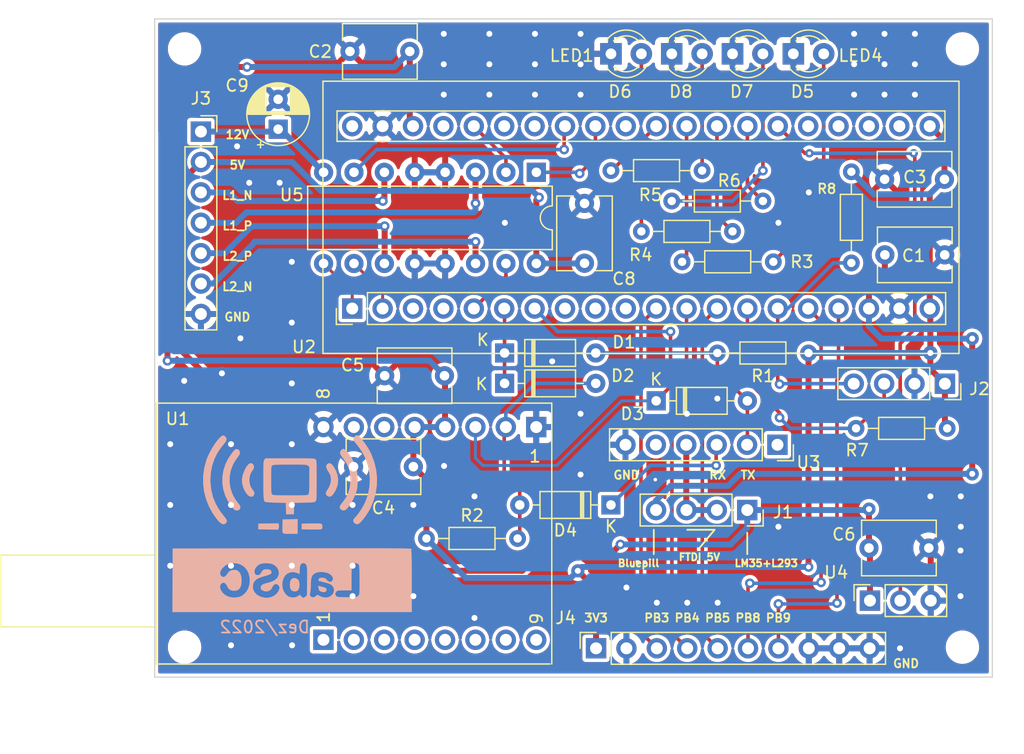
<source format=kicad_pcb>
(kicad_pcb (version 20211014) (generator pcbnew)
  (layers (0 "F.Cu" signal) (31 "B.Cu" signal) (34 "B.Paste" user) (35 "F.Paste" user) (36 "B.SilkS" user "B.Silkscreen") (37 "F.SilkS" user "F.Silkscreen") (38 "B.Mask" user) (39 "F.Mask" user) (44 "Edge.Cuts" user))
  (net 0 "")
  (net 1 "/STM_TX")
  (net 2 "/STM_RX")
  (net 3 "GND")
  (net 4 "+5V")
  (net 5 "/AT_RX")
  (net 6 "+3V3")
  (net 7 "/FTDI_TX")
  (net 8 "Net-(D5-Pad2)")
  (net 9 "Net-(D7-Pad2)")
  (net 10 "/I2C1_SCL")
  (net 11 "/I2C1_SDA")
  (net 12 "/PA7")
  (net 14 "/PA5")
  (net 16 "/PA4")
  (net 18 "/PA3")
  (net 20 "/PA2")
  (net 24 "/PB3")
  (net 26 "/PA8")
  (net 28 "/PB4")
  (net 29 "/PB5")
  (net 30 "/PB8")
  (net 31 "/PB9")
  (net 32 "/PB11")
  (net 33 "/PB0")
  (net 45 "Net-(D8-Pad2)")
  (net 46 "/FTDI_RX")
  (net 47 "/FTDI_5V")
  (net 48 "+5V_LM35")
  (net 49 "Net-(D6-Pad2)")
  (net 50 "+12V")
  (net 51 "/L1_P")
  (net 52 "/L1_N")
  (net 53 "/L2_P")
  (net 54 "/L2_N")
  (net 55 "/PB12")
  (net 56 "/PB13")
  (net 59 "/ADC1_IN1")
  (footprint "Capacitor_THT:CP_Radial_D5.0mm_P2.50mm" (layer "F.Cu") (at 61.32 61.215 90)
    (fp_text reference "C9")
    (fp_text value "10uF / 25V")
  )
  (footprint "Connector_PinSocket_2.54mm:PinSocket_1x04_P2.54mm_Vertical" (layer "F.Cu") (at 100.52 93.04 -90)
    (fp_text reference "J1")
    (fp_text value "Conn_01x04_Male")
  )
  (footprint "Connector_PinSocket_2.54mm:PinSocket_1x04_P2.54mm_Vertical" (layer "F.Cu") (at 117.04 82.48 -90)
    (fp_text reference "J2")
    (fp_text value "Conn_01x04_Female")
  )
  (footprint "Resistor_THT:R_Axial_DIN0204_L3.6mm_D1.6mm_P7.62mm_Horizontal" (layer "F.Cu") (at 102.7 72.295 180)
    (fp_text reference "R3")
    (fp_text value "680R")
  )
  (footprint "Connector_PinSocket_2.54mm:PinSocket_1x06_P2.54mm_Vertical" (layer "F.Cu") (at 103.045 87.585 -90)
    (fp_text reference "U3")
    (fp_text value "FTDI_Breakout")
  )
  (footprint "Capacitor_THT:C_Disc_D6.0mm_W4.4mm_P5.00mm" (layer "F.Cu") (at 110.6942 96.213)
    (fp_text reference "C6")
    (fp_text value "100n")
  )
  (footprint "Diode_THT:D_DO-35_SOD27_P7.62mm_Horizontal" (layer "F.Cu") (at 80.24 82.455)
    (fp_text reference "D2")
    (fp_text value "1N4148")
  )
  (footprint "Connector_PinSocket_2.54mm:PinSocket_1x10_P2.54mm_Vertical" (layer "F.Cu") (at 87.885 104.595 90)
    (fp_text reference "J4")
    (fp_text value "Conn_01x10_Male")
  )
  (footprint "Footprints:YAAJ_BluePill_2" (layer "F.Cu") (at 67.51 76.2 90)
    (fp_text reference "U2")
    (fp_text value "YAAJ_BluePill" hide)
  )
  (footprint "Capacitor_THT:C_Disc_D6.0mm_W4.4mm_P5.00mm" (layer "F.Cu") (at 72.32 54.715 180)
    (fp_text reference "C2")
    (fp_text value "100n")
  )
  (footprint "MountingHole:MountingHole_2.2mm_M2_DIN965" (layer "F.Cu") (at 118.5 54.5)
    (fp_text reference "H4" hide)
    (fp_text value "MountingHole")
  )
  (footprint "MountingHole:MountingHole_2.2mm_M2_DIN965" (layer "F.Cu") (at 53.5 54.5)
    (fp_text reference "H3" hide)
    (fp_text value "MountingHole")
  )
  (footprint "Capacitor_THT:C_Disc_D6.0mm_W4.4mm_P5.00mm" (layer "F.Cu") (at 72.62 89.415 180)
    (fp_text reference "C4")
    (fp_text value "100n")
  )
  (footprint "Resistor_THT:R_Axial_DIN0204_L3.6mm_D1.6mm_P7.62mm_Horizontal" (layer "F.Cu") (at 109.22 72.39 90)
    (fp_text reference "R8")
    (fp_text value "10k")
  )
  (footprint "LED_THT:LED_D3.0mm" (layer "F.Cu") (at 89.13 54.915)
    (fp_text reference "D6")
    (fp_text value "LED")
  )
  (footprint "LED_THT:LED_D3.0mm" (layer "F.Cu") (at 94.21 54.915)
    (fp_text reference "D8")
    (fp_text value "LED")
  )
  (footprint "Diode_THT:D_DO-35_SOD27_P7.62mm_Horizontal" (layer "F.Cu") (at 80.24 79.915)
    (fp_text reference "D1")
    (fp_text value "1N4148")
  )
  (footprint "Capacitor_THT:C_Disc_D6.0mm_W4.4mm_P5.00mm" (layer "F.Cu") (at 112.02 71.715)
    (fp_text reference "C1")
    (fp_text value "100n")
  )
  (footprint "Capacitor_THT:C_Disc_D6.0mm_W4.4mm_P5.00mm" (layer "F.Cu") (at 117 65.4 180)
    (fp_text reference "C3")
    (fp_text value "100n")
  )
  (footprint "Connector_PinSocket_2.54mm:PinSocket_1x07_P2.54mm_Vertical" (layer "F.Cu") (at 54.865 61.415)
    (fp_text reference "J3")
    (fp_text value "Conn_01x07_Female")
  )
  (footprint "Resistor_THT:R_Axial_DIN0204_L3.6mm_D1.6mm_P7.62mm_Horizontal" (layer "F.Cu") (at 109.61 86.215)
    (fp_text reference "R7")
    (fp_text value "10k")
  )
  (footprint "Diode_THT:D_DO-35_SOD27_P7.62mm_Horizontal" (layer "F.Cu") (at 92.91 83.915)
    (fp_text reference "D3")
    (fp_text value "1N4148")
  )
  (footprint "Resistor_THT:R_Axial_DIN0204_L3.6mm_D1.6mm_P7.62mm_Horizontal" (layer "F.Cu") (at 105.64 79.915 180)
    (fp_text reference "R1")
    (fp_text value "10k")
  )
  (footprint "LED_THT:LED_D3.0mm" (layer "F.Cu") (at 99.29 54.915)
    (fp_text reference "D7")
    (fp_text value "LED")
  )
  (footprint "Resistor_THT:R_Axial_DIN0204_L3.6mm_D1.6mm_P7.62mm_Horizontal" (layer "F.Cu") (at 91.67 69.755)
    (fp_text reference "R4")
    (fp_text value "680R")
  )
  (footprint "Connector_PinSocket_2.54mm:PinSocket_1x03_P2.54mm_Vertical" (layer "F.Cu") (at 110.775 100.6076 90)
    (fp_text reference "U4")
    (fp_text value "LM35-LP")
  )
  (footprint "Capacitor_THT:C_Disc_D6.0mm_W4.4mm_P5.00mm" (layer "F.Cu") (at 86.92 72.415 90)
    (fp_text reference "C8")
    (fp_text value "100n")
  )
  (footprint "Capacitor_THT:C_Disc_D6.0mm_W4.4mm_P5.00mm" (layer "F.Cu") (at 75.22 81.815 180)
    (fp_text reference "C5")
    (fp_text value "100n")
  )
  (footprint "MountingHole:MountingHole_2.2mm_M2_DIN965" (layer "F.Cu") (at 118.5 104.5)
    (fp_text reference "H2" hide)
    (fp_text value "MountingHole")
  )
  (footprint "Package_DIP:DIP-16_W7.62mm" (layer "F.Cu") (at 82.895 64.815 -90)
    (fp_text reference "U5")
    (fp_text value "L293D")
  )
  (footprint "LED_THT:LED_D3.0mm" (layer "F.Cu") (at 104.37 54.915)
    (fp_text reference "D5")
    (fp_text value "LED")
  )
  (footprint "Resistor_THT:R_Axial_DIN0204_L3.6mm_D1.6mm_P7.62mm_Horizontal" (layer "F.Cu") (at 94.21 67.215)
    (fp_text reference "R5")
    (fp_text value "680R")
  )
  (footprint "MountingHole:MountingHole_2.2mm_M2_DIN965" (layer "F.Cu") (at 53.5 104.5)
    (fp_text reference "H1" hide)
    (fp_text value "MountingHole")
  )
  (footprint "Resistor_THT:R_Axial_DIN0204_L3.6mm_D1.6mm_P7.62mm_Horizontal" (layer "F.Cu") (at 73.71 95.415)
    (fp_text reference "R2")
    (fp_text value "10k")
  )
  (footprint "Diode_THT:D_DO-35_SOD27_P7.62mm_Horizontal" (layer "F.Cu") (at 89.13 92.615 180)
    (fp_text reference "D4")
    (fp_text value "1N4148")
  )
  (footprint "Resistor_THT:R_Axial_DIN0204_L3.6mm_D1.6mm_P7.62mm_Horizontal" (layer "F.Cu") (at 96.75 64.675 180)
    (fp_text reference "R6")
    (fp_text value "680R")
  )
  (footprint "LabSC:LoRaModuleRadioenge" (layer "F.Cu") (at 82.885 86.105 90)
    (fp_text reference "U1")
    (fp_text value "RadioEnge_LoRaWAN" hide)
  )
  (footprint "Project Footprints:labsc-logo" (layer "B.Cu") (at 62.507432 93.485635 180)
    (fp_text reference "FID1" hide)
    (fp_text value "Fiducial" hide)
  )
  (gr_line (start 100.52 94.943) (end 100.52 96.721) (layer "F.SilkS") (width 0.15))
  (gr_line (start 95.505 94.689) (end 97.791 94.689) (layer "F.SilkS") (width 0.15))
  (gr_line (start 92.711 94.689) (end 92.711 96.721) (layer "F.SilkS") (width 0.15))
  (gr_line (start 97.791 94.689) (end 96.521 96.213) (layer "F.SilkS") (width 0.15))
  (gr_line (start 51 52) (end 121 52) (layer "Edge.Cuts") (width 0.1))
  (gr_line (start 51 107) (end 121 107) (layer "Edge.Cuts") (width 0.1))
  (gr_line (start 51 107) (end 51 52) (layer "Edge.Cuts") (width 0.1))
  (gr_line (start 121 52) (end 121 107) (layer "Edge.Cuts") (width 0.1))
  (gr_text "Dez/2022" (at 60.199 102.817) (layer "B.SilkS") (effects (font (size 1 1)) (justify mirror)))
  (gr_text "PB4" (at 95.505 102.055) (layer "F.SilkS") (effects (font (size 0.7 0.7))))
  (gr_text "L2_N" (at 57.913 74.369) (layer "F.SilkS") (effects (font (size 0.7 0.7))))
  (gr_text "L1_N" (at 57.913 66.749) (layer "F.SilkS") (effects (font (size 0.7 0.7))))
  (gr_text "PB5" (at 98.045 102.055) (layer "F.SilkS") (effects (font (size 0.7 0.7))))
  (gr_text "LED4" (at 109.983 55.065) (layer "F.SilkS") (effects (font (size 1 1))))
  (gr_text "3V3" (at 87.885 102.055) (layer "F.SilkS") (effects (font (size 0.7 0.7))))
  (gr_text "GND" (at 113.793 105.865) (layer "F.SilkS") (effects (font (size 0.7 0.7))))
  (gr_text "12V" (at 57.913 61.669) (layer "F.SilkS") (effects (font (size 0.7 0.7))))
  (gr_text "LED1" (at 85.853 55.065) (layer "F.SilkS") (effects (font (size 1 1))))
  (gr_text "PB3" (at 92.965 102.055) (layer "F.SilkS") (effects (font (size 0.7 0.7))))
  (gr_text "LM35+L293" (at 102.109 97.483) (layer "F.SilkS") (effects (font (size 0.6 0.6))))
  (gr_text "PB9" (at 103.125 102.055) (layer "F.SilkS") (effects (font (size 0.7 0.7))))
  (gr_text "PB8" (at 100.585 102.055) (layer "F.SilkS") (effects (font (size 0.7 0.7))))
  (gr_text "5V" (at 57.913 64.209) (layer "F.SilkS") (effects (font (size 0.7 0.7))))
  (gr_text "RX" (at 98.045 90.117) (layer "F.SilkS") (effects (font (size 0.7 0.7))))
  (gr_text "Bluepill" (at 91.441 97.483) (layer "F.SilkS") (effects (font (size 0.6 0.6))))
  (gr_text "L1_P" (at 57.913 69.289) (layer "F.SilkS") (effects (font (size 0.7 0.7))))
  (gr_text "FTDI 5V" (at 96.521 96.975) (layer "F.SilkS") (effects (font (size 0.6 0.6))))
  (gr_text "L2_P" (at 57.913 71.829) (layer "F.SilkS") (effects (font (size 0.7 0.7))))
  (gr_text "GND" (at 90.425 90.117) (layer "F.SilkS") (effects (font (size 0.7 0.7))))
  (gr_text "GND" (at 57.913 76.909) (layer "F.SilkS") (effects (font (size 0.7 0.7))))
  (gr_text "TX" (at 100.585 90.117) (layer "F.SilkS") (effects (font (size 0.7 0.7))))
  (segment (start 80.24 79.915) (end 80.24 76.23) (width 0.3) (layer "F.Cu") (net 1))
  (segment (start 80.24 76.23) (end 80.21 76.2) (width 0.3) (layer "F.Cu") (net 1))
  (segment (start 80.24 82.455) (end 80.24 79.915) (width 0.3) (layer "F.Cu") (net 1))
  (segment (start 94.109511 82.715489) (end 94.109511 78.125489) (width 0.3) (layer "F.Cu") (net 2))
  (segment (start 92.91 83.915) (end 94.109511 82.715489) (width 0.3) (layer "F.Cu") (net 2))
  (via (at 94.109511 78.125489) (size 0.8) (drill 0.4) (layers "F.Cu" "B.Cu") (net 2))
  (segment (start 84.62 89.315) (end 90.02 83.915) (width 0.25) (layer "B.Cu") (net 2))
  (segment (start 77.805 88.7) (end 78.42 89.315) (width 0.25) (layer "B.Cu") (net 2))
  (segment (start 84.675489 78.125489) (end 94.109511 78.125489) (width 0.3) (layer "B.Cu") (net 2))
  (segment (start 78.42 89.315) (end 84.62 89.315) (width 0.25) (layer "B.Cu") (net 2))
  (segment (start 82.75 76.2) (end 84.675489 78.125489) (width 0.3) (layer "B.Cu") (net 2))
  (segment (start 92.91 83.915) (end 90.12 83.915) (width 0.25) (layer "B.Cu") (net 2))
  (segment (start 77.805 86.105) (end 77.805 88.7) (width 0.25) (layer "B.Cu") (net 2))
  (segment (start 115.855 100.6076) (end 115.855 96.3738) (width 0.5) (layer "F.Cu") (net 3))
  (segment (start 115.855 96.3738) (end 115.6942 96.213) (width 0.5) (layer "F.Cu") (net 3))
  (via (at 92.965 100.785) (size 1.1) (drill 0.5) (layers "F.Cu" "B.Cu") (net 3))
  (via (at 86.59 84.995) (size 1.1) (drill 0.5) (layers "F.Cu" "B.Cu") (net 3))
  (via (at 105.665 66.495) (size 1.1) (drill 0.5) (layers "F.Cu" "B.Cu") (net 3))
  (via (at 53.468 82.243) (size 1.1) (drill 0.5) (layers "F.Cu" "B.Cu") (net 3))
  (via (at 62.46 92.615) (size 1.1) (drill 0.5) (layers "F.Cu" "B.Cu") (net 3))
  (via (at 77.725 91.895) (size 1.1) (drill 0.5) (layers "F.Cu" "B.Cu") (net 3))
  (via (at 115.825 91.895) (size 1.1) (drill 0.5) (layers "F.Cu" "B.Cu") (net 3))
  (via (at 118.365 94.435) (size 1.1) (drill 0.5) (layers "F.Cu" "B.Cu") (net 3))
  (via (at 57.38 97.695) (size 1.1) (drill 0.5) (layers "F.Cu" "B.Cu") (net 3))
  (via (at 72.62 100.235) (size 1.1) (drill 0.5) (layers "F.Cu" "B.Cu") (net 3))
  (via (at 58.167 78.687) (size 1.1) (drill 0.5) (layers "F.Cu" "B.Cu") (net 3))
  (via (at 86.59 53.245) (size 1.1) (drill 0.5) (layers "F.Cu" "B.Cu") (net 3))
  (via (at 86.59 55.785) (size 1.1) (drill 0.5) (layers "F.Cu" "B.Cu") (net 3))
  (via (at 62.46 82.455) (size 1.1) (drill 0.5) (layers "F.Cu" "B.Cu") (net 3))
  (via (at 90.425 99.515) (size 1.1) (drill 0.5) (layers "F.Cu" "B.Cu") (net 3))
  (via (at 75.16 55.785) (size 1.1) (drill 0.5) (layers "F.Cu" "B.Cu") (net 3))
  (via (at 67.54 97.695) (size 1.1) (drill 0.5) (layers "F.Cu" "B.Cu") (net 3))
  (via (at 114.53 53.245) (size 1.1) (drill 0.5) (layers "F.Cu" "B.Cu") (net 3))
  (via (at 62.485 104.341) (size 1.1) (drill 0.5) (layers "F.Cu" "B.Cu") (net 3))
  (via (at 118.34 100.235) (size 1.1) (drill 0.5) (layers "F.Cu" "B.Cu") (net 3))
  (via (at 75.16 58.325) (size 1.1) (drill 0.5) (layers "F.Cu" "B.Cu") (net 3))
  (via (at 86.59 90.075) (size 1.1) (drill 0.5) (layers "F.Cu" "B.Cu") (net 3))
  (via (at 78.97 53.245) (size 1.1) (drill 0.5) (layers "F.Cu" "B.Cu") (net 3))
  (via (at 62.46 72.295) (size 1.1) (drill 0.5) (layers "F.Cu" "B.Cu") (net 3))
  (via (at 111.99 58.325) (size 1.1) (drill 0.5) (layers "F.Cu" "B.Cu") (net 3))
  (via (at 82.78 53.245) (size 1.1) (drill 0.5) (layers "F.Cu" "B.Cu") (net 3))
  (via (at 62.46 77.375) (size 1.1) (drill 0.5) (layers "F.Cu" "B.Cu") (net 3))
  (via (at 61.444 65.691) (size 1.1) (drill 0.5) (layers "F.Cu" "B.Cu") (net 3))
  (via (at 67.54 100.235) (size 1.1) (drill 0.5) (layers "F.Cu" "B.Cu") (net 3))
  (via (at 72.62 92.615) (size 1.1) (drill 0.5) (layers "F.Cu" "B.Cu") (net 3))
  (via (at 111.99 55.785) (size 1.1) (drill 0.5) (layers "F.Cu" "B.Cu") (net 3))
  (via (at 78.97 58.325) (size 1.1) (drill 0.5) (layers "F.Cu" "B.Cu") (net 3))
  (via (at 62.46 97.695) (size 1.1) (drill 0.5) (layers "F.Cu" "B.Cu") (net 3))
  (via (at 95.48 84.995) (size 1.1) (drill 0.5) (layers "F.Cu" "B.Cu") (net 3))
  (via (at 92.838 90.498) (size 0.7) (drill 0.3) (layers "F.Cu" "B.Cu") (net 3))
  (via (at 113.285 104.595) (size 1.1) (drill 0.5) (layers "F.Cu" "B.Cu") (net 3))
  (via (at 118.365 91.895) (size 1.1) (drill 0.5) (layers "F.Cu" "B.Cu") (net 3))
  (via (at 80.265 69.035) (size 1.1) (drill 0.5) (layers "F.Cu" "B.Cu") (net 3))
  (via (at 84.22 80.615) (size 1.1) (drill 0.5) (layers "F.Cu" "B.Cu") (net 3))
  (via (at 118.34 96.425) (size 1.1) (drill 0.5) (layers "F.Cu" "B.Cu") (net 3))
  (via (at 52.3 92.615) (size 1.1) (drill 0.5) (layers "F.Cu" "B.Cu") (net 3))
  (via (at 77.725 102.055) (size 1.1) (drill 0.5) (layers "F.Cu" "B.Cu") (net 3))
  (via (at 56.62 81.615) (size 1.1) (drill 0.5) (layers "F.Cu" "B.Cu") (net 3))
  (via (at 78.97 55.785) (size 1.1) (drill 0.5) (layers "F.Cu" "B.Cu") (net 3))
  (via (at 75.16 53.245) (size 1.1) (drill 0.5) (layers "F.Cu" "B.Cu") (net 3))
  (via (at 75.185 89.355) (size 1.1) (drill 0.5) (layers "F.Cu" "B.Cu") (net 3))
  (via (at 98.02 83.725) (size 1.1) (drill 0.5) (layers "F.Cu" "B.Cu") (net 3))
  (via (at 103.125 94.435) (size 1.1) (drill 0.5) (layers "F.Cu" "B.Cu") (net 3))
  (via (at 52.3 97.695) (size 1.1) (drill 0.5) (layers "F.Cu" "B.Cu") (net 3))
  (via (at 95.505 100.785) (size 1.1) (drill 0.5) (layers "F.Cu" "B.Cu") (net 3))
  (via (at 109.45 58.325) (size 1.1) (drill 0.5) (layers "F.Cu" "B.Cu") (net 3))
  (via (at 57.38 92.615) (size 1.1) (drill 0.5) (layers "F.Cu" "B.Cu") (net 3))
  (via (at 86.59 58.325) (size 1.1) (drill 0.5) (layers "F.Cu" "B.Cu") (net 3))
  (via (at 82.78 55.785) (size 1.1) (drill 0.5) (layers "F.Cu" "B.Cu") (net 3))
  (via (at 57.38 104.341) (size 1.1) (drill 0.5) (layers "F.Cu" "B.Cu") (net 3))
  (via (at 67.54 92.615) (size 1.1) (drill 0.5) (layers "F.Cu" "B.Cu") (net 3))
  (via (at 103.125 69.035) (size 1.1) (drill 0.5) (layers "F.Cu" "B.Cu") (net 3))
  (via (at 62.46 87.535) (size 1.1) (drill 0.5) (layers "F.Cu" "B.Cu") (net 3))
  (via (at 52.3 87.535) (size 1.1) (drill 0.5) (layers "F.Cu" "B.Cu") (net 3))
  (via (at 57.888 62.643) (size 1.1) (drill 0.5) (layers "F.Cu" "B.Cu") (net 3))
  (via (at 111.99 53.245) (size 1.1) (drill 0.5) (layers "F.Cu" "B.Cu") (net 3))
  (via (at 58.904 65.691) (size 1.1) (drill 0.5) (layers "F.Cu" "B.Cu") (net 3))
  (via (at 57.38 87.535) (size 1.1) (drill 0.5) (layers "F.Cu" "B.Cu") (net 3))
  (via (at 114.53 58.325) (size 1.1) (drill 0.5) (layers "F.Cu" "B.Cu") (net 3))
  (via (at 114.53 55.785) (size 1.1) (drill 0.5) (layers "F.Cu" "B.Cu") (net 3))
  (via (at 109.45 55.785) (size 1.1) (drill 0.5) (layers "F.Cu" "B.Cu") (net 3))
  (via (at 98.045 100.785) (size 1.1) (drill 0.5) (layers "F.Cu" "B.Cu") (net 3))
  (via (at 109.45 53.245) (size 1.1) (drill 0.5) (layers "F.Cu" "B.Cu") (net 3))
  (via (at 82.78 58.325) (size 1.1) (drill 0.5) (layers "F.Cu" "B.Cu") (net 3))
  (segment (start 119.32 90.015) (end 119.32 78.715) (width 0.5) (layer "F.Cu") (net 4))
  (segment (start 110.69 76.2) (end 110.69 74.745) (width 0.5) (layer "F.Cu") (net 4))
  (segment (start 110.69 74.745) (end 112.02 73.415) (width 0.5) (layer "F.Cu") (net 4))
  (segment (start 112.02 73.415) (end 112.02 71.715) (width 0.5) (layer "F.Cu") (net 4))
  (via (at 119.32 90.015) (size 1.1) (drill 0.5) (layers "F.Cu" "B.Cu") (net 4))
  (via (at 119.32 78.715) (size 1.1) (drill 0.5) (layers "F.Cu" "B.Cu") (net 4))
  (segment (start 110.69 76.2) (end 110.69 77.685) (width 0.5) (layer "B.Cu") (net 4))
  (segment (start 94.12 91.015) (end 92.9 92.235) (width 0.5) (layer "B.Cu") (net 4))
  (segment (start 98.92 91.015) (end 94.12 91.015) (width 0.5) (layer "B.Cu") (net 4))
  (segment (start 111.72 78.715) (end 119.32 78.715) (width 0.5) (layer "B.Cu") (net 4))
  (segment (start 110.69 77.685) (end 111.72 78.715) (width 0.5) (layer "B.Cu") (net 4))
  (segment (start 119.32 90.015) (end 99.92 90.015) (width 0.5) (layer "B.Cu") (net 4))
  (segment (start 99.92 90.015) (end 98.92 91.015) (width 0.5) (layer "B.Cu") (net 4))
  (segment (start 92.9 92.235) (end 92.9 93.04) (width 0.5) (layer "B.Cu") (net 4))
  (segment (start 81.51 92.615) (end 81.51 95.235) (width 0.3) (layer "F.Cu") (net 5))
  (segment (start 80.21 86.24) (end 80.345 86.105) (width 0.3) (layer "F.Cu") (net 5))
  (segment (start 81.51 92.615) (end 81.51 91.4) (width 0.3) (layer "F.Cu") (net 5))
  (segment (start 81.51 95.235) (end 81.33 95.415) (width 0.3) (layer "F.Cu") (net 5))
  (segment (start 80.21 90.1) (end 80.21 86.24) (width 0.3) (layer "F.Cu") (net 5))
  (segment (start 81.51 91.4) (end 80.21 90.1) (width 0.3) (layer "F.Cu") (net 5))
  (segment (start 80.345 84.89) (end 80.345 86.105) (width 0.3) (layer "B.Cu") (net 5))
  (segment (start 87.86 82.455) (end 82.78 82.455) (width 0.3) (layer "B.Cu") (net 5))
  (segment (start 82.78 82.455) (end 80.345 84.89) (width 0.3) (layer "B.Cu") (net 5))
  (segment (start 117 65.4) (end 117 62.19) (width 0.5) (layer "F.Cu") (net 6))
  (segment (start 87.885 104.595) (end 87.885 99.642) (width 0.5) (layer "F.Cu") (net 6))
  (segment (start 115.82 79.915) (end 115.82 76.25) (width 0.5) (layer "F.Cu") (net 6))
  (segment (start 115.77 76.2) (end 115.77 66.63) (width 0.5) (layer "F.Cu") (net 6))
  (segment (start 105.64 79.915) (end 105.64 97.795) (width 0.5) (layer "F.Cu") (net 6))
  (segment (start 115.77 66.63) (end 117 65.4) (width 0.5) (layer "F.Cu") (net 6))
  (segment (start 73.71 90.505) (end 72.62 89.415) (width 0.5) (layer "F.Cu") (net 6))
  (segment (start 52.070489 61.610489) (end 57.665978 56.015) (width 0.5) (layer "F.Cu") (net 6))
  (segment (start 115.82 76.25) (end 115.77 76.2) (width 0.5) (layer "F.Cu") (net 6))
  (segment (start 117.04 82.48) (end 117.04 86.025) (width 0.5) (layer "F.Cu") (net 6))
  (segment (start 75.265 81.86) (end 75.22 81.815) (width 0.5) (layer "F.Cu") (net 6))
  (segment (start 117 62.19) (end 115.77 60.96) (width 0.5) (layer "F.Cu") (net 6))
  (segment (start 117.04 86.025) (end 117.23 86.215) (width 0.5) (layer "F.Cu") (net 6))
  (segment (start 115.82 79.915) (end 115.82 81.26) (width 0.5) (layer "F.Cu") (net 6))
  (segment (start 75.265 86.105) (end 75.265 81.86) (width 0.5) (layer "F.Cu") (net 6))
  (segment (start 72.32 60.69) (end 72.59 60.96) (width 0.5) (layer "F.Cu") (net 6))
  (segment (start 72.32 54.715) (end 72.32 60.69) (width 0.5) (layer "F.Cu") (net 6))
  (segment (start 52.070489 80.565489) (end 52.070489 61.610489) (width 0.5) (layer "F.Cu") (net 6))
  (segment (start 72.62 86.21) (end 72.725 86.105) (width 0.5) (layer "F.Cu") (net 6))
  (segment (start 87.885 99.642) (end 86.361 98.118) (width 0.5) (layer "F.Cu") (net 6))
  (segment (start 115.82 81.26) (end 117.04 82.48) (width 0.5) (layer "F.Cu") (net 6))
  (segment (start 57.665978 56.015) (end 58.72 56.015) (width 0.5) (layer "F.Cu") (net 6))
  (segment (start 73.71 95.415) (end 73.71 90.505) (width 0.5) (layer "F.Cu") (net 6))
  (segment (start 72.62 89.415) (end 72.62 86.21) (width 0.5) (layer "F.Cu") (net 6))
  (via (at 52.070489 80.565489) (size 0.8) (drill 0.4) (layers "F.Cu" "B.Cu") (net 6))
  (via (at 86.361 98.118) (size 1.1) (drill 0.5) (layers "F.Cu" "B.Cu") (net 6))
  (via (at 105.64 97.795) (size 0.8) (drill 0.4) (layers "F.Cu" "B.Cu") (net 6))
  (via (at 115.82 79.915) (size 1.2) (drill 0.5) (layers "F.Cu" "B.Cu") (net 6))
  (via (at 58.72 56.015) (size 0.8) (drill 0.4) (layers "F.Cu" "B.Cu") (net 6))
  (segment (start 115.750489 66.649511) (end 117 65.4) (width 0.5) (layer "B.Cu") (net 6))
  (segment (start 86.361 98.118) (end 85.764 98.715) (width 0.5) (layer "B.Cu") (net 6))
  (segment (start 85.764 98.715) (end 77.01 98.715) (width 0.5) (layer "B.Cu") (net 6))
  (segment (start 71.02 56.015) (end 58.72 56.015) (width 0.5) (layer "B.Cu") (net 6))
  (segment (start 72.32 54.715) (end 71.02 56.015) (width 0.5) (layer "B.Cu") (net 6))
  (segment (start 77.01 98.715) (end 73.71 95.415) (width 0.5) (layer "B.Cu") (net 6))
  (segment (start 111.099511 66.649511) (end 115.750489 66.649511) (width 0.5) (layer "B.Cu") (net 6))
  (segment (start 109.22 64.77) (end 111.099511 66.649511) (width 0.5) (layer "B.Cu") (net 6))
  (segment (start 86.361 98.118) (end 86.684 97.795) (width 0.5) (layer "B.Cu") (net 6))
  (segment (start 86.684 97.795) (end 105.64 97.795) (width 0.5) (layer "B.Cu") (net 6))
  (segment (start 58.769511 80.565489) (end 52.070489 80.565489) (width 0.5) (layer "B.Cu") (net 6))
  (segment (start 105.64 79.915) (end 115.82 79.915) (width 0.5) (layer "B.Cu") (net 6))
  (segment (start 75.22 81.815) (end 73.970489 80.565489) (width 0.5) (layer "B.Cu") (net 6))
  (segment (start 73.970489 80.565489) (end 58.769511 80.565489) (width 0.5) (layer "B.Cu") (net 6))
  (segment (start 72.725 86.105) (end 75.265 86.105) (width 0.5) (layer "B.Cu") (net 6))
  (segment (start 97.92 89.315) (end 97.92 87.63) (width 0.3) (layer "F.Cu") (net 7))
  (segment (start 97.92 87.63) (end 97.965 87.585) (width 0.3) (layer "F.Cu") (net 7))
  (via (at 97.92 89.315) (size 0.8) (drill 0.4) (layers "F.Cu" "B.Cu") (net 7))
  (segment (start 91.03 90.705) (end 92.42 89.315) (width 0.3) (layer "B.Cu") (net 7))
  (segment (start 89.13 92.615) (end 91.03 90.715) (width 0.3) (layer "B.Cu") (net 7))
  (segment (start 92.42 89.315) (end 97.965 89.315) (width 0.3) (layer "B.Cu") (net 7))
  (segment (start 91.03 90.715) (end 91.03 90.705) (width 0.3) (layer "B.Cu") (net 7))
  (segment (start 102.7 72.295) (end 106.91 68.085) (width 0.3) (layer "F.Cu") (net 8))
  (segment (start 106.91 68.085) (end 106.91 54.915) (width 0.3) (layer "F.Cu") (net 8))
  (segment (start 101.83 64.675) (end 101.83 54.915) (width 0.3) (layer "F.Cu") (net 9))
  (via (at 101.83 64.675) (size 0.8) (drill 0.4) (layers "F.Cu" "B.Cu") (net 9))
  (segment (start 94.21 67.215) (end 99.29 67.215) (width 0.3) (layer "B.Cu") (net 9))
  (segment (start 99.29 67.215) (end 101.83 64.675) (width 0.3) (layer "B.Cu") (net 9))
  (segment (start 100.53 82.225) (end 103.12 84.815) (width 0.3) (layer "F.Cu") (net 10))
  (segment (start 111.96 83.865) (end 109.61 86.215) (width 0.3) (layer "F.Cu") (net 10))
  (segment (start 103.22 84.915) (end 103.22 85.315) (width 0.3) (layer "F.Cu") (net 10))
  (segment (start 103.12 84.815) (end 103.22 84.915) (width 0.3) (layer "F.Cu") (net 10))
  (segment (start 100.53 76.2) (end 100.53 82.225) (width 0.3) (layer "F.Cu") (net 10))
  (segment (start 111.96 82.48) (end 111.96 83.865) (width 0.3) (layer "F.Cu") (net 10))
  (via (at 103.22 85.315) (size 0.8) (drill 0.4) (layers "F.Cu" "B.Cu") (net 10))
  (segment (start 103.22 85.315) (end 104.12 86.215) (width 0.3) (layer "B.Cu") (net 10))
  (segment (start 104.12 86.215) (end 109.61 86.215) (width 0.3) (layer "B.Cu") (net 10))
  (segment (start 103.22 82.515) (end 103.07 82.365) (width 0.3) (layer "F.Cu") (net 11))
  (segment (start 103.07 82.365) (end 103.07 76.2) (width 0.3) (layer "F.Cu") (net 11))
  (via (at 103.22 82.515) (size 0.8) (drill 0.4) (layers "F.Cu" "B.Cu") (net 11))
  (segment (start 107.723634 72.39) (end 103.913634 76.2) (width 0.3) (layer "B.Cu") (net 11))
  (segment (start 103.255 82.48) (end 103.22 82.515) (width 0.3) (layer "B.Cu") (net 11))
  (segment (start 109.42 82.48) (end 103.255 82.48) (width 0.3) (layer "B.Cu") (net 11))
  (segment (start 103.913634 76.2) (end 103.07 76.2) (width 0.3) (layer "B.Cu") (net 11))
  (segment (start 109.22 72.39) (end 107.723634 72.39) (width 0.3) (layer "B.Cu") (net 11))
  (segment (start 87.83 60.96) (end 87.83 63.605) (width 0.3) (layer "F.Cu") (net 12))
  (segment (start 87.83 63.605) (end 86.52 64.915) (width 0.3) (layer "F.Cu") (net 12))
  (via (at 86.52 64.915) (size 0.8) (drill 0.4) (layers "F.Cu" "B.Cu") (net 12))
  (segment (start 86.42 64.815) (end 82.895 64.815) (width 0.3) (layer "B.Cu") (net 12))
  (segment (start 86.52 64.915) (end 86.42 64.815) (width 0.3) (layer "B.Cu") (net 12))
  (segment (start 89.195 64.675) (end 89.13 64.675) (width 0.3) (layer "F.Cu") (net 14))
  (segment (start 92.91 60.96) (end 89.195 64.675) (width 0.3) (layer "F.Cu") (net 14))
  (segment (start 95.45 71.925) (end 95.08 72.295) (width 0.3) (layer "F.Cu") (net 16))
  (segment (start 95.45 60.96) (end 95.45 71.925) (width 0.3) (layer "F.Cu") (net 16))
  (segment (start 97.99 68.455) (end 99.29 69.755) (width 0.3) (layer "F.Cu") (net 18))
  (segment (start 97.99 60.96) (end 97.99 68.455) (width 0.3) (layer "F.Cu") (net 18))
  (segment (start 100.53 60.96) (end 100.53 65.915) (width 0.3) (layer "F.Cu") (net 20))
  (segment (start 100.53 65.915) (end 101.83 67.215) (width 0.3) (layer "F.Cu") (net 20))
  (segment (start 91.64 77.47) (end 91.64 103.27) (width 0.3) (layer "F.Cu") (net 24))
  (segment (start 91.64 103.27) (end 92.965 104.595) (width 0.3) (layer "F.Cu") (net 24))
  (segment (start 91.64 77.47) (end 92.91 76.2) (width 0.3) (layer "F.Cu") (net 24))
  (segment (start 77.67 76.2) (end 80.355 73.515) (width 0.3) (layer "F.Cu") (net 26))
  (segment (start 80.355 73.515) (end 80.355 72.435) (width 0.3) (layer "F.Cu") (net 26))
  (segment (start 94.225 84.51) (end 94.225 103.315) (width 0.3) (layer "F.Cu") (net 28))
  (segment (start 94.225 103.315) (end 95.505 104.595) (width 0.3) (layer "F.Cu") (net 28))
  (segment (start 94.2459 84.4891) (end 95.45 83.285) (width 0.3) (layer "F.Cu") (net 28))
  (segment (start 95.45 76.2) (end 95.45 83.285) (width 0.3) (layer "F.Cu") (net 28))
  (segment (start 96.765 103.315) (end 98.045 104.595) (width 0.3) (layer "F.Cu") (net 29))
  (segment (start 96.765 77.425) (end 96.765 103.315) (width 0.3) (layer "F.Cu") (net 29))
  (segment (start 96.8502 77.3398) (end 97.99 76.2) (width 0.3) (layer "F.Cu") (net 29))
  (segment (start 96.8502 77.3398) (end 96.765 77.425) (width 0.3) (layer "F.Cu") (net 29))
  (segment (start 96.72 77.47) (end 96.8502 77.3398) (width 0.3) (layer "F.Cu") (net 29))
  (segment (start 105.61 76.2) (end 106.689511 77.279511) (width 0.3) (layer "F.Cu") (net 30))
  (segment (start 106.689511 77.279511) (end 106.689511 99.084511) (width 0.3) (layer "F.Cu") (net 30))
  (segment (start 100.585 99.3118) (end 100.7374 99.1594) (width 0.3) (layer "F.Cu") (net 30))
  (segment (start 100.585 104.595) (end 100.585 99.3118) (width 0.3) (layer "F.Cu") (net 30))
  (via (at 106.689511 99.084511) (size 0.8) (drill 0.4) (layers "F.Cu" "B.Cu") (net 30))
  (via (at 100.7374 99.1594) (size 0.8) (drill 0.4) (layers "F.Cu" "B.Cu") (net 30))
  (segment (start 100.7374 99.1594) (end 106.614622 99.1594) (width 0.3) (layer "B.Cu") (net 30))
  (segment (start 106.599022 99.175) (end 106.689511 99.084511) (width 0.3) (layer "B.Cu") (net 30))
  (segment (start 106.614622 99.1594) (end 106.689511 99.084511) (width 0.3) (layer "B.Cu") (net 30))
  (segment (start 108.15 82.053634) (end 108.15 76.2) (width 0.3) (layer "F.Cu") (net 31))
  (segment (start 108.02 82.183634) (end 108.15 82.053634) (width 0.3) (layer "F.Cu") (net 31))
  (segment (start 103.125 104.595) (end 103.125 100.8866) (width 0.3) (layer "F.Cu") (net 31))
  (segment (start 108.02 100.815) (end 108.02 82.183634) (width 0.3) (layer "F.Cu") (net 31))
  (via (at 103.125 100.8866) (size 0.8) (drill 0.4) (layers "F.Cu" "B.Cu") (net 31))
  (via (at 108.02 100.815) (size 0.8) (drill 0.4) (layers "F.Cu" "B.Cu") (net 31))
  (segment (start 103.125 100.8866) (end 107.9484 100.8866) (width 0.3) (layer "B.Cu") (net 31))
  (segment (start 107.9484 100.8866) (end 108.02 100.815) (width 0.3) (layer "B.Cu") (net 31))
  (segment (start 80.355 63.645) (end 80.355 64.815) (width 0.3) (layer "F.Cu") (net 32))
  (segment (start 77.67 60.96) (end 80.355 63.645) (width 0.3) (layer "F.Cu") (net 32))
  (segment (start 85.22 61.03) (end 85.29 60.96) (width 0.3) (layer "F.Cu") (net 33))
  (segment (start 85.22 62.915) (end 85.22 61.03) (width 0.3) (layer "F.Cu") (net 33))
  (via (at 85.22 62.915) (size 0.8) (drill 0.4) (layers "F.Cu" "B.Cu") (net 33))
  (segment (start 67.655 64.815) (end 69.555 62.915) (width 0.3) (layer "B.Cu") (net 33))
  (segment (start 69.555 62.915) (end 85.22 62.915) (width 0.3) (layer "B.Cu") (net 33))
  (segment (start 96.75 64.675) (end 96.75 54.915) (width 0.3) (layer "F.Cu") (net 45))
  (segment (start 100.53 83.915) (end 100.53 87.56) (width 0.3) (layer "F.Cu") (net 46))
  (segment (start 100.53 87.56) (end 100.505 87.585) (width 0.3) (layer "F.Cu") (net 46))
  (segment (start 98.02 81.405) (end 100.53 83.915) (width 0.3) (layer "F.Cu") (net 46))
  (segment (start 98.02 79.915) (end 98.02 81.405) (width 0.3) (layer "F.Cu") (net 46))
  (segment (start 87.86 79.915) (end 98.02 79.915) (width 0.3) (layer "B.Cu") (net 46))
  (segment (start 95.425 87.585) (end 95.425 93.025) (width 0.5) (layer "F.Cu") (net 47))
  (segment (start 95.425 93.025) (end 95.44 93.04) (width 0.5) (layer "F.Cu") (net 47))
  (segment (start 95.44 93.04) (end 97.98 93.04) (width 0.5) (layer "B.Cu") (net 47))
  (segment (start 89.92 95.915) (end 89.270489 96.564511) (width 0.5) (layer "F.Cu") (net 48))
  (segment (start 71.62 98.115) (end 53.12 79.615) (width 0.5) (layer "F.Cu") (net 48))
  (segment (start 89.270489 96.564511) (end 83.270489 96.564511) (width 0.5) (layer "F.Cu") (net 48))
  (segment (start 83.12 66.915) (end 82.895 67.14) (width 0.5) (layer "F.Cu") (net 48))
  (segment (start 110.775 100.6076) (end 110.775 96.2938) (width 0.5) (layer "F.Cu") (net 48))
  (segment (start 81.72 98.115) (end 71.62 98.115) (width 0.5) (layer "F.Cu") (net 48))
  (segment (start 110.775 96.2938) (end 110.6942 96.213) (width 0.5) (layer "F.Cu") (net 48))
  (segment (start 53.12 65.7) (end 54.865 63.955) (width 0.5) (layer "F.Cu") (net 48))
  (segment (start 83.270489 96.564511) (end 81.72 98.115) (width 0.5) (layer "F.Cu") (net 48))
  (segment (start 110.6942 92.9618) (end 110.6942 96.213) (width 0.5) (layer "F.Cu") (net 48))
  (segment (start 53.12 79.615) (end 53.12 65.7) (width 0.5) (layer "F.Cu") (net 48))
  (segment (start 82.895 67.14) (end 82.895 72.435) (width 0.5) (layer "F.Cu") (net 48))
  (via (at 89.92 95.915) (size 0.8) (drill 0.4) (layers "F.Cu" "B.Cu") (net 48))
  (via (at 110.6942 92.9618) (size 1.1) (drill 0.5) (layers "F.Cu" "B.Cu") (net 48))
  (via (at 83.12 66.915) (size 0.8) (drill 0.4) (layers "F.Cu" "B.Cu") (net 48))
  (segment (start 82.570489 66.365489) (end 83.12 66.915) (width 0.5) (layer "B.Cu") (net 48))
  (segment (start 54.865 63.955) (end 62.487924 63.955) (width 0.5) (layer "B.Cu") (net 48))
  (segment (start 82.895 72.435) (end 86.9 72.435) (width 0.5) (layer "B.Cu") (net 48))
  (segment (start 100.52 93.04) (end 100.52 94.515) (width 0.5) (layer "B.Cu") (net 48))
  (segment (start 110.6942 92.9618) (end 110.616 93.04) (width 0.5) (layer "B.Cu") (net 48))
  (segment (start 110.616 93.04) (end 100.52 93.04) (width 0.5) (layer "B.Cu") (net 48))
  (segment (start 86.9 72.435) (end 86.92 72.415) (width 0.5) (layer "B.Cu") (net 48))
  (segment (start 100.52 94.515) (end 99.12 95.915) (width 0.5) (layer "B.Cu") (net 48))
  (segment (start 99.12 95.915) (end 89.92 95.915) (width 0.5) (layer "B.Cu") (net 48))
  (segment (start 62.487924 63.955) (end 64.898413 66.365489) (width 0.5) (layer "B.Cu") (net 48))
  (segment (start 64.898413 66.365489) (end 82.570489 66.365489) (width 0.5) (layer "B.Cu") (net 48))
  (segment (start 94.12 64.015) (end 94.12 58.815) (width 0.3) (layer "F.Cu") (net 49))
  (segment (start 91.67 66.465) (end 94.12 64.015) (width 0.3) (layer "F.Cu") (net 49))
  (segment (start 91.67 56.365) (end 91.67 54.915) (width 0.3) (layer "F.Cu") (net 49))
  (segment (start 91.67 69.755) (end 91.67 66.465) (width 0.3) (layer "F.Cu") (net 49))
  (segment (start 94.12 58.815) (end 91.67 56.365) (width 0.3) (layer "F.Cu") (net 49))
  (segment (start 65.115 64.815) (end 61.515 61.215) (width 0.5) (layer "B.Cu") (net 50))
  (segment (start 54.865 61.415) (end 61.12 61.415) (width 0.5) (layer "B.Cu") (net 50))
  (segment (start 61.12 61.415) (end 61.32 61.215) (width 0.5) (layer "B.Cu") (net 50))
  (segment (start 61.515 61.215) (end 61.32 61.215) (width 0.5) (layer "B.Cu") (net 50))
  (segment (start 77.815 64.815) (end 77.815 67.41) (width 0.5) (layer "F.Cu") (net 51))
  (via (at 77.815 67.41) (size 0.8) (drill 0.4) (layers "F.Cu" "B.Cu") (net 51))
  (segment (start 77.815 68.02) (end 77.815 67.41) (width 0.5) (layer "B.Cu") (net 51))
  (segment (start 57.8 69.035) (end 58.67 68.165) (width 0.5) (layer "B.Cu") (net 51))
  (segment (start 58.67 68.165) (end 77.67 68.165) (width 0.5) (layer "B.Cu") (net 51))
  (segment (start 77.67 68.165) (end 77.815 68.02) (width 0.5) (layer "B.Cu") (net 51))
  (segment (start 54.865 69.035) (end 57.8 69.035) (width 0.5) (layer "B.Cu") (net 51))
  (segment (start 70.195 67.08952) (end 70.06952 67.215) (width 0.5) (layer "F.Cu") (net 52))
  (segment (start 70.195 64.815) (end 70.195 67.08952) (width 0.5) (layer "F.Cu") (net 52))
  (via (at 70.06952 67.215) (size 0.8) (drill 0.4) (layers "F.Cu" "B.Cu") (net 52))
  (segment (start 70.06952 67.215) (end 57.92 67.215) (width 0.5) (layer "B.Cu") (net 52))
  (segment (start 57.92 67.215) (end 57.2 66.495) (width 0.5) (layer "B.Cu") (net 52))
  (segment (start 57.2 66.495) (end 54.865 66.495) (width 0.5) (layer "B.Cu") (net 52))
  (segment (start 70.22 72.415) (end 70.22 69.315) (width 0.5) (layer "F.Cu") (net 53))
  (segment (start 70.2 72.435) (end 70.22 72.415) (width 0.5) (layer "F.Cu") (net 53))
  (segment (start 70.195 72.435) (end 70.2 72.435) (width 0.5) (layer "F.Cu") (net 53))
  (via (at 70.22 69.315) (size 0.8) (drill 0.4) (layers "F.Cu" "B.Cu") (net 53))
  (segment (start 56.86 71.575) (end 59.12 69.315) (width 0.5) (layer "B.Cu") (net 53))
  (segment (start 54.865 71.575) (end 56.86 71.575) (width 0.5) (layer "B.Cu") (net 53))
  (segment (start 70.22 69.315) (end 59.12 69.315) (width 0.5) (layer "B.Cu") (net 53))
  (segment (start 77.815 72.435) (end 77.815 70.62) (width 0.5) (layer "F.Cu") (net 54))
  (via (at 77.815 70.62) (size 0.8) (drill 0.4) (layers "F.Cu" "B.Cu") (net 54))
  (segment (start 77.815 70.62) (end 77.81 70.615) (width 0.5) (layer "B.Cu") (net 54))
  (segment (start 77.81 70.615) (end 59.32 70.615) (width 0.5) (layer "B.Cu") (net 54))
  (segment (start 54.865 74.115) (end 55.92 74.115) (width 0.5) (layer "B.Cu") (net 54))
  (segment (start 55.92 74.115) (end 59.32 70.715) (width 0.5) (layer "B.Cu") (net 54))
  (segment (start 67.51 76.2) (end 67.51 74.83) (width 0.25) (layer "F.Cu") (net 55))
  (segment (start 67.51 74.83) (end 65.115 72.435) (width 0.25) (layer "F.Cu") (net 55))
  (segment (start 70.05 76.2) (end 70.05 74.83) (width 0.25) (layer "F.Cu") (net 56))
  (segment (start 70.05 74.83) (end 67.655 72.435) (width 0.25) (layer "F.Cu") (net 56))
  (segment (start 113.315 100.6076) (end 113.315 82.992057) (width 0.3) (layer "F.Cu") (net 59))
  (segment (start 114.52 77.915) (end 114.52 63.315) (width 0.3) (layer "F.Cu") (net 59))
  (segment (start 113.315 82.992057) (end 113.3 82.977057) (width 0.3) (layer "F.Cu") (net 59))
  (segment (start 113.3 79.135) (end 114.52 77.915) (width 0.3) (layer "F.Cu") (net 59))
  (segment (start 105.710489 63.224511) (end 105.334511 63.224511) (width 0.3) (layer "F.Cu") (net 59))
  (segment (start 105.334511 63.224511) (end 103.07 60.96) (width 0.3) (layer "F.Cu") (net 59))
  (segment (start 113.3 82.977057) (end 113.3 79.135) (width 0.3) (layer "F.Cu") (net 59))
  (segment (start 114.52 63.315) (end 114.429511 63.224511) (width 0.3) (layer "F.Cu") (net 59))
  (via (at 114.429511 63.224511) (size 0.7) (drill 0.3) (layers "F.Cu" "B.Cu") (net 59))
  (via (at 105.710489 63.224511) (size 0.7) (drill 0.3) (layers "F.Cu" "B.Cu") (net 59))
  (segment (start 114.429511 63.224511) (end 105.710489 63.224511) (width 0.3) (layer "B.Cu") (net 59))
  (zone (net 3) (net_name "GND") (layer "F.Cu") (connect_pads (clearance 0.3)) (min_thickness 0.25) (fill yes (thermal_gap 0.5) (thermal_bridge_width 0.5))
    (polygon (pts (xy 121.02 107.015) (xy 51.02 107.115) (xy 51.02 52.015) (xy 120.92 52.015)))
  )
  (zone (net 3) (net_name "GND") (layer "B.Cu") (connect_pads (clearance 0.3)) (min_thickness 0.25) (fill yes (thermal_gap 0.5) (thermal_bridge_width 0.5))
    (polygon (pts (xy 121.02 107.015) (xy 51.02 107.015) (xy 51.02 52.015) (xy 121.02 52.015)))
  )
)
</source>
